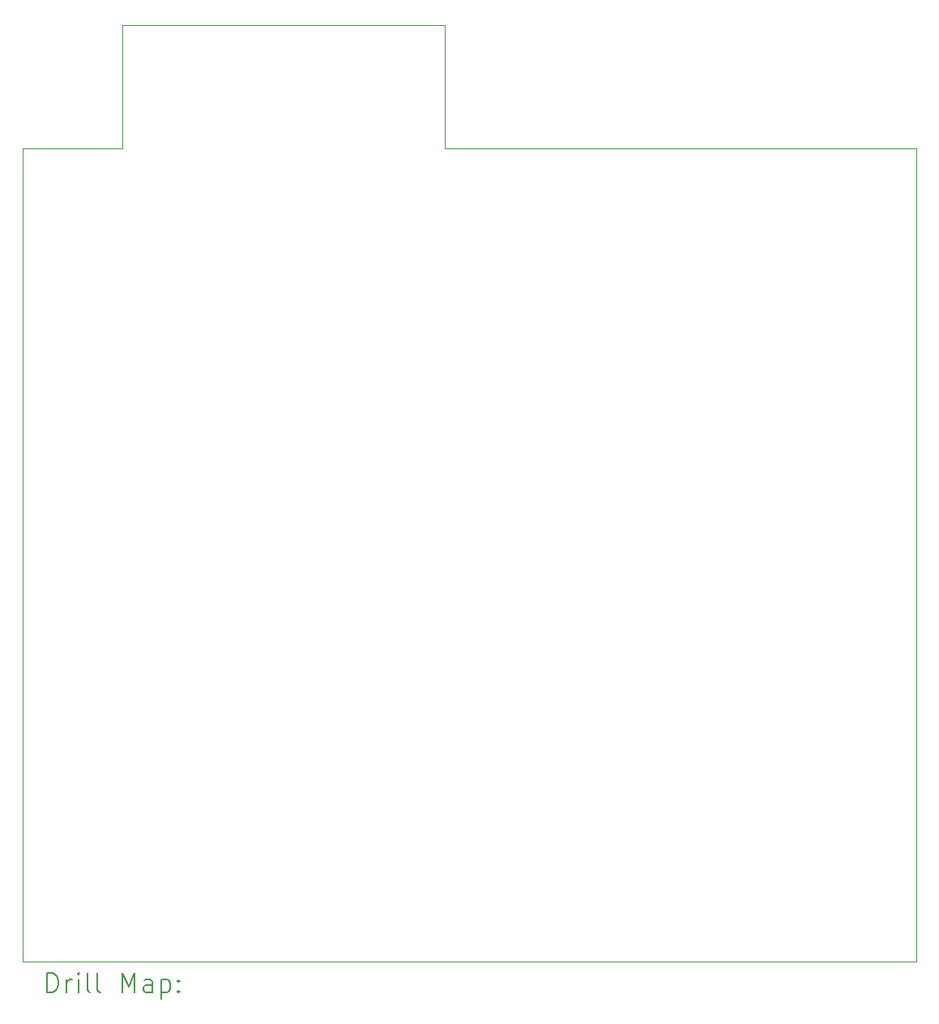
<source format=gbr>
%TF.GenerationSoftware,KiCad,Pcbnew,7.0.7*%
%TF.CreationDate,2023-10-18T23:03:51+01:00*%
%TF.ProjectId,CPC464-2MINIRS232C,43504334-3634-42d3-924d-494e49525332,rev?*%
%TF.SameCoordinates,Original*%
%TF.FileFunction,Drillmap*%
%TF.FilePolarity,Positive*%
%FSLAX45Y45*%
G04 Gerber Fmt 4.5, Leading zero omitted, Abs format (unit mm)*
G04 Created by KiCad (PCBNEW 7.0.7) date 2023-10-18 23:03:51*
%MOMM*%
%LPD*%
G01*
G04 APERTURE LIST*
%ADD10C,0.100000*%
%ADD11C,0.200000*%
G04 APERTURE END LIST*
D10*
X7127500Y-3865000D02*
X7130000Y-3867500D01*
X12057500Y-3867500D01*
X12057500Y-12365000D01*
X2720000Y-12365000D01*
X2720000Y-3865000D01*
X3757500Y-3865000D01*
X3757500Y-2580000D01*
X7127500Y-2580000D01*
X7127500Y-3865000D01*
D11*
X2975777Y-12681484D02*
X2975777Y-12481484D01*
X2975777Y-12481484D02*
X3023396Y-12481484D01*
X3023396Y-12481484D02*
X3051967Y-12491008D01*
X3051967Y-12491008D02*
X3071015Y-12510055D01*
X3071015Y-12510055D02*
X3080539Y-12529103D01*
X3080539Y-12529103D02*
X3090062Y-12567198D01*
X3090062Y-12567198D02*
X3090062Y-12595769D01*
X3090062Y-12595769D02*
X3080539Y-12633865D01*
X3080539Y-12633865D02*
X3071015Y-12652912D01*
X3071015Y-12652912D02*
X3051967Y-12671960D01*
X3051967Y-12671960D02*
X3023396Y-12681484D01*
X3023396Y-12681484D02*
X2975777Y-12681484D01*
X3175777Y-12681484D02*
X3175777Y-12548150D01*
X3175777Y-12586246D02*
X3185301Y-12567198D01*
X3185301Y-12567198D02*
X3194824Y-12557674D01*
X3194824Y-12557674D02*
X3213872Y-12548150D01*
X3213872Y-12548150D02*
X3232920Y-12548150D01*
X3299586Y-12681484D02*
X3299586Y-12548150D01*
X3299586Y-12481484D02*
X3290062Y-12491008D01*
X3290062Y-12491008D02*
X3299586Y-12500531D01*
X3299586Y-12500531D02*
X3309110Y-12491008D01*
X3309110Y-12491008D02*
X3299586Y-12481484D01*
X3299586Y-12481484D02*
X3299586Y-12500531D01*
X3423396Y-12681484D02*
X3404348Y-12671960D01*
X3404348Y-12671960D02*
X3394824Y-12652912D01*
X3394824Y-12652912D02*
X3394824Y-12481484D01*
X3528158Y-12681484D02*
X3509110Y-12671960D01*
X3509110Y-12671960D02*
X3499586Y-12652912D01*
X3499586Y-12652912D02*
X3499586Y-12481484D01*
X3756729Y-12681484D02*
X3756729Y-12481484D01*
X3756729Y-12481484D02*
X3823396Y-12624341D01*
X3823396Y-12624341D02*
X3890062Y-12481484D01*
X3890062Y-12481484D02*
X3890062Y-12681484D01*
X4071015Y-12681484D02*
X4071015Y-12576722D01*
X4071015Y-12576722D02*
X4061491Y-12557674D01*
X4061491Y-12557674D02*
X4042443Y-12548150D01*
X4042443Y-12548150D02*
X4004348Y-12548150D01*
X4004348Y-12548150D02*
X3985301Y-12557674D01*
X4071015Y-12671960D02*
X4051967Y-12681484D01*
X4051967Y-12681484D02*
X4004348Y-12681484D01*
X4004348Y-12681484D02*
X3985301Y-12671960D01*
X3985301Y-12671960D02*
X3975777Y-12652912D01*
X3975777Y-12652912D02*
X3975777Y-12633865D01*
X3975777Y-12633865D02*
X3985301Y-12614817D01*
X3985301Y-12614817D02*
X4004348Y-12605293D01*
X4004348Y-12605293D02*
X4051967Y-12605293D01*
X4051967Y-12605293D02*
X4071015Y-12595769D01*
X4166253Y-12548150D02*
X4166253Y-12748150D01*
X4166253Y-12557674D02*
X4185301Y-12548150D01*
X4185301Y-12548150D02*
X4223396Y-12548150D01*
X4223396Y-12548150D02*
X4242444Y-12557674D01*
X4242444Y-12557674D02*
X4251967Y-12567198D01*
X4251967Y-12567198D02*
X4261491Y-12586246D01*
X4261491Y-12586246D02*
X4261491Y-12643388D01*
X4261491Y-12643388D02*
X4251967Y-12662436D01*
X4251967Y-12662436D02*
X4242444Y-12671960D01*
X4242444Y-12671960D02*
X4223396Y-12681484D01*
X4223396Y-12681484D02*
X4185301Y-12681484D01*
X4185301Y-12681484D02*
X4166253Y-12671960D01*
X4347205Y-12662436D02*
X4356729Y-12671960D01*
X4356729Y-12671960D02*
X4347205Y-12681484D01*
X4347205Y-12681484D02*
X4337682Y-12671960D01*
X4337682Y-12671960D02*
X4347205Y-12662436D01*
X4347205Y-12662436D02*
X4347205Y-12681484D01*
X4347205Y-12557674D02*
X4356729Y-12567198D01*
X4356729Y-12567198D02*
X4347205Y-12576722D01*
X4347205Y-12576722D02*
X4337682Y-12567198D01*
X4337682Y-12567198D02*
X4347205Y-12557674D01*
X4347205Y-12557674D02*
X4347205Y-12576722D01*
M02*

</source>
